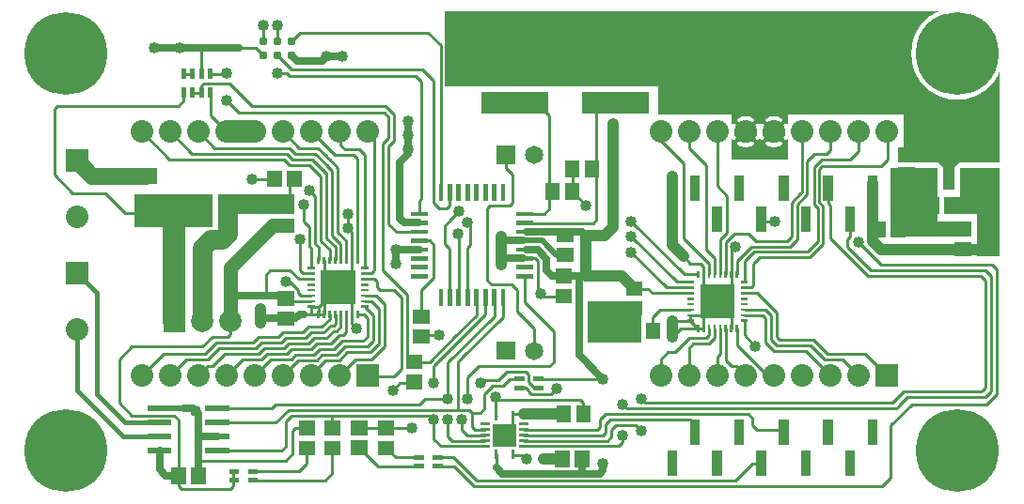
<source format=gtl>
G04 start of page 2 for group 0 idx 0 *
G04 Title: (unknown), component *
G04 Creator: pcb 20140316 *
G04 CreationDate: Tue 08 Nov 2016 05:00:26 PM GMT UTC *
G04 For: ndholmes *
G04 Format: Gerber/RS-274X *
G04 PCB-Dimensions (mil): 3500.00 1750.00 *
G04 PCB-Coordinate-Origin: lower left *
%MOIN*%
%FSLAX25Y25*%
%LNTOP*%
%ADD41C,0.0390*%
%ADD40C,0.0450*%
%ADD39C,0.0430*%
%ADD38C,0.0480*%
%ADD37C,0.1285*%
%ADD36R,0.0110X0.0110*%
%ADD35R,0.0200X0.0200*%
%ADD34R,0.0350X0.0350*%
%ADD33R,0.0157X0.0157*%
%ADD32R,0.0787X0.0787*%
%ADD31R,0.0167X0.0167*%
%ADD30C,0.0310*%
%ADD29R,0.0945X0.0945*%
%ADD28R,0.0378X0.0378*%
%ADD27R,0.0550X0.0550*%
%ADD26R,0.0630X0.0630*%
%ADD25R,0.0091X0.0091*%
%ADD24R,0.0512X0.0512*%
%ADD23C,0.0787*%
%ADD22C,0.0650*%
%ADD21C,0.2937*%
%ADD20C,0.0600*%
%ADD19C,0.0500*%
%ADD18C,0.0700*%
%ADD17C,0.0800*%
%ADD16C,0.0200*%
%ADD15C,0.0150*%
%ADD14C,0.0400*%
%ADD13C,0.0100*%
%ADD12C,0.0250*%
%ADD11C,0.0001*%
G54D11*G36*
X227000Y173000D02*X326661D01*
X325584Y172554D01*
X323399Y171215D01*
X321450Y169550D01*
X319785Y167601D01*
X318446Y165416D01*
X317465Y163048D01*
X316867Y160555D01*
X316666Y158000D01*
X316867Y155445D01*
X317465Y152952D01*
X318446Y150584D01*
X319785Y148399D01*
X321450Y146450D01*
X323399Y144785D01*
X325584Y143446D01*
X327952Y142465D01*
X330445Y141867D01*
X333000Y141666D01*
X335555Y141867D01*
X338048Y142465D01*
X340416Y143446D01*
X342601Y144785D01*
X344550Y146450D01*
X346215Y148399D01*
X347554Y150584D01*
X348000Y151661D01*
Y136500D01*
X227000D01*
Y173000D01*
G37*
G36*
X151500D02*X234000D01*
Y146500D01*
X151500D01*
Y173000D01*
G37*
G36*
X268002Y139500D02*X273000D01*
Y132601D01*
X272998Y132596D01*
X272910Y132792D01*
X272849Y132893D01*
X272772Y132984D01*
X272682Y133061D01*
X272580Y133123D01*
X272471Y133169D01*
X272355Y133197D01*
X272237Y133206D01*
X272119Y133197D01*
X272003Y133170D01*
X271893Y133124D01*
X271792Y133062D01*
X271702Y132986D01*
X271624Y132895D01*
X271562Y132794D01*
X271516Y132685D01*
X271489Y132569D01*
X271479Y132451D01*
X271488Y132332D01*
X271516Y132217D01*
X271563Y132108D01*
X271721Y131768D01*
X271842Y131412D01*
X271930Y131047D01*
X271982Y130675D01*
X272000Y130300D01*
X271982Y129925D01*
X271930Y129553D01*
X271842Y129188D01*
X271721Y128832D01*
X271567Y128490D01*
X271520Y128382D01*
X271493Y128267D01*
X271483Y128149D01*
X271493Y128032D01*
X271521Y127917D01*
X271566Y127808D01*
X271628Y127707D01*
X271705Y127618D01*
X271795Y127541D01*
X271895Y127480D01*
X272004Y127435D01*
X272119Y127407D01*
X272237Y127398D01*
X272355Y127408D01*
X272469Y127435D01*
X272578Y127481D01*
X272679Y127543D01*
X272769Y127619D01*
X272845Y127709D01*
X272905Y127811D01*
X272996Y128008D01*
X273000Y127999D01*
Y120500D01*
X268002D01*
Y124794D01*
X268516Y124818D01*
X269028Y124891D01*
X269531Y125011D01*
X270020Y125178D01*
X270492Y125390D01*
X270593Y125451D01*
X270684Y125528D01*
X270761Y125618D01*
X270823Y125720D01*
X270869Y125829D01*
X270897Y125945D01*
X270906Y126063D01*
X270897Y126181D01*
X270870Y126297D01*
X270824Y126407D01*
X270762Y126508D01*
X270686Y126598D01*
X270595Y126676D01*
X270494Y126738D01*
X270385Y126784D01*
X270269Y126811D01*
X270151Y126821D01*
X270032Y126812D01*
X269917Y126784D01*
X269808Y126737D01*
X269468Y126579D01*
X269112Y126458D01*
X268747Y126370D01*
X268375Y126318D01*
X268002Y126300D01*
Y134300D01*
X268375Y134282D01*
X268747Y134230D01*
X269112Y134142D01*
X269468Y134021D01*
X269810Y133867D01*
X269918Y133820D01*
X270033Y133793D01*
X270151Y133783D01*
X270268Y133793D01*
X270383Y133821D01*
X270492Y133866D01*
X270593Y133928D01*
X270682Y134005D01*
X270759Y134095D01*
X270820Y134195D01*
X270865Y134304D01*
X270893Y134419D01*
X270902Y134537D01*
X270892Y134655D01*
X270865Y134769D01*
X270819Y134878D01*
X270757Y134979D01*
X270681Y135069D01*
X270591Y135145D01*
X270489Y135205D01*
X270020Y135422D01*
X269531Y135589D01*
X269028Y135709D01*
X268516Y135782D01*
X268002Y135806D01*
Y139500D01*
G37*
G36*
X263000D02*X268002D01*
Y135806D01*
X268000Y135806D01*
X267484Y135782D01*
X266972Y135709D01*
X266469Y135589D01*
X265980Y135422D01*
X265508Y135210D01*
X265407Y135149D01*
X265316Y135072D01*
X265239Y134982D01*
X265177Y134880D01*
X265131Y134771D01*
X265103Y134655D01*
X265094Y134537D01*
X265103Y134419D01*
X265130Y134303D01*
X265176Y134193D01*
X265238Y134092D01*
X265314Y134002D01*
X265405Y133924D01*
X265506Y133862D01*
X265615Y133816D01*
X265731Y133789D01*
X265849Y133779D01*
X265968Y133788D01*
X266083Y133816D01*
X266192Y133863D01*
X266532Y134021D01*
X266888Y134142D01*
X267253Y134230D01*
X267625Y134282D01*
X268000Y134300D01*
X268002Y134300D01*
Y126300D01*
X268000Y126300D01*
X267625Y126318D01*
X267253Y126370D01*
X266888Y126458D01*
X266532Y126579D01*
X266190Y126733D01*
X266082Y126780D01*
X265967Y126807D01*
X265849Y126817D01*
X265732Y126807D01*
X265617Y126779D01*
X265508Y126734D01*
X265407Y126672D01*
X265318Y126595D01*
X265241Y126505D01*
X265180Y126405D01*
X265135Y126296D01*
X265107Y126181D01*
X265098Y126063D01*
X265108Y125945D01*
X265135Y125831D01*
X265181Y125722D01*
X265243Y125621D01*
X265319Y125531D01*
X265409Y125455D01*
X265511Y125395D01*
X265980Y125178D01*
X266469Y125011D01*
X266972Y124891D01*
X267484Y124818D01*
X268000Y124794D01*
X268002Y124794D01*
Y120500D01*
X263000D01*
Y128008D01*
X263090Y127808D01*
X263151Y127707D01*
X263228Y127616D01*
X263318Y127539D01*
X263420Y127477D01*
X263529Y127431D01*
X263645Y127403D01*
X263763Y127394D01*
X263881Y127403D01*
X263997Y127430D01*
X264107Y127476D01*
X264208Y127538D01*
X264298Y127614D01*
X264376Y127705D01*
X264438Y127806D01*
X264484Y127915D01*
X264511Y128031D01*
X264521Y128149D01*
X264512Y128268D01*
X264484Y128383D01*
X264437Y128492D01*
X264279Y128832D01*
X264158Y129188D01*
X264070Y129553D01*
X264018Y129925D01*
X264000Y130300D01*
X264018Y130675D01*
X264070Y131047D01*
X264158Y131412D01*
X264279Y131768D01*
X264433Y132110D01*
X264480Y132218D01*
X264507Y132333D01*
X264517Y132451D01*
X264507Y132568D01*
X264479Y132683D01*
X264434Y132792D01*
X264372Y132893D01*
X264295Y132982D01*
X264205Y133059D01*
X264105Y133120D01*
X263996Y133165D01*
X263881Y133193D01*
X263763Y133202D01*
X263645Y133192D01*
X263531Y133165D01*
X263422Y133119D01*
X263321Y133057D01*
X263231Y132981D01*
X263155Y132891D01*
X263095Y132789D01*
X263002Y132587D01*
X263000Y132592D01*
Y139500D01*
G37*
G36*
X258002D02*X263000D01*
Y132592D01*
X262910Y132792D01*
X262849Y132893D01*
X262772Y132984D01*
X262682Y133061D01*
X262580Y133123D01*
X262471Y133169D01*
X262355Y133197D01*
X262237Y133206D01*
X262119Y133197D01*
X262003Y133170D01*
X261893Y133124D01*
X261792Y133062D01*
X261702Y132986D01*
X261624Y132895D01*
X261562Y132794D01*
X261516Y132685D01*
X261489Y132569D01*
X261479Y132451D01*
X261488Y132332D01*
X261516Y132217D01*
X261563Y132108D01*
X261721Y131768D01*
X261842Y131412D01*
X261930Y131047D01*
X261982Y130675D01*
X262000Y130300D01*
X261982Y129925D01*
X261930Y129553D01*
X261842Y129188D01*
X261721Y128832D01*
X261567Y128490D01*
X261520Y128382D01*
X261493Y128267D01*
X261483Y128149D01*
X261493Y128032D01*
X261521Y127917D01*
X261566Y127808D01*
X261628Y127707D01*
X261705Y127618D01*
X261795Y127541D01*
X261895Y127480D01*
X262004Y127435D01*
X262119Y127407D01*
X262237Y127398D01*
X262355Y127408D01*
X262469Y127435D01*
X262578Y127481D01*
X262679Y127543D01*
X262769Y127619D01*
X262845Y127709D01*
X262905Y127811D01*
X262998Y128013D01*
X263000Y128008D01*
Y120500D01*
X258002D01*
Y124794D01*
X258516Y124818D01*
X259028Y124891D01*
X259531Y125011D01*
X260020Y125178D01*
X260492Y125390D01*
X260593Y125451D01*
X260684Y125528D01*
X260761Y125618D01*
X260823Y125720D01*
X260869Y125829D01*
X260897Y125945D01*
X260906Y126063D01*
X260897Y126181D01*
X260870Y126297D01*
X260824Y126407D01*
X260762Y126508D01*
X260686Y126598D01*
X260595Y126676D01*
X260494Y126738D01*
X260385Y126784D01*
X260269Y126811D01*
X260151Y126821D01*
X260032Y126812D01*
X259917Y126784D01*
X259808Y126737D01*
X259468Y126579D01*
X259112Y126458D01*
X258747Y126370D01*
X258375Y126318D01*
X258002Y126300D01*
Y134300D01*
X258375Y134282D01*
X258747Y134230D01*
X259112Y134142D01*
X259468Y134021D01*
X259810Y133867D01*
X259918Y133820D01*
X260033Y133793D01*
X260151Y133783D01*
X260268Y133793D01*
X260383Y133821D01*
X260492Y133866D01*
X260593Y133928D01*
X260682Y134005D01*
X260759Y134095D01*
X260820Y134195D01*
X260865Y134304D01*
X260893Y134419D01*
X260902Y134537D01*
X260892Y134655D01*
X260865Y134769D01*
X260819Y134878D01*
X260757Y134979D01*
X260681Y135069D01*
X260591Y135145D01*
X260489Y135205D01*
X260020Y135422D01*
X259531Y135589D01*
X259028Y135709D01*
X258516Y135782D01*
X258002Y135806D01*
Y139500D01*
G37*
G36*
X253000D02*X258002D01*
Y135806D01*
X258000Y135806D01*
X257484Y135782D01*
X256972Y135709D01*
X256469Y135589D01*
X255980Y135422D01*
X255508Y135210D01*
X255407Y135149D01*
X255316Y135072D01*
X255239Y134982D01*
X255177Y134880D01*
X255131Y134771D01*
X255103Y134655D01*
X255094Y134537D01*
X255103Y134419D01*
X255130Y134303D01*
X255176Y134193D01*
X255238Y134092D01*
X255314Y134002D01*
X255405Y133924D01*
X255506Y133862D01*
X255615Y133816D01*
X255731Y133789D01*
X255849Y133779D01*
X255968Y133788D01*
X256083Y133816D01*
X256192Y133863D01*
X256532Y134021D01*
X256888Y134142D01*
X257253Y134230D01*
X257625Y134282D01*
X258000Y134300D01*
X258002Y134300D01*
Y126300D01*
X258000Y126300D01*
X257625Y126318D01*
X257253Y126370D01*
X256888Y126458D01*
X256532Y126579D01*
X256190Y126733D01*
X256082Y126780D01*
X255967Y126807D01*
X255849Y126817D01*
X255732Y126807D01*
X255617Y126779D01*
X255508Y126734D01*
X255407Y126672D01*
X255318Y126595D01*
X255241Y126505D01*
X255180Y126405D01*
X255135Y126296D01*
X255107Y126181D01*
X255098Y126063D01*
X255108Y125945D01*
X255135Y125831D01*
X255181Y125722D01*
X255243Y125621D01*
X255319Y125531D01*
X255409Y125455D01*
X255511Y125395D01*
X255980Y125178D01*
X256469Y125011D01*
X256972Y124891D01*
X257484Y124818D01*
X258000Y124794D01*
X258002Y124794D01*
Y120500D01*
X253000D01*
Y127999D01*
X253002Y128004D01*
X253090Y127808D01*
X253151Y127707D01*
X253228Y127616D01*
X253318Y127539D01*
X253420Y127477D01*
X253529Y127431D01*
X253645Y127403D01*
X253763Y127394D01*
X253881Y127403D01*
X253997Y127430D01*
X254107Y127476D01*
X254208Y127538D01*
X254298Y127614D01*
X254376Y127705D01*
X254438Y127806D01*
X254484Y127915D01*
X254511Y128031D01*
X254521Y128149D01*
X254512Y128268D01*
X254484Y128383D01*
X254437Y128492D01*
X254279Y128832D01*
X254158Y129188D01*
X254070Y129553D01*
X254018Y129925D01*
X254000Y130300D01*
X254018Y130675D01*
X254070Y131047D01*
X254158Y131412D01*
X254279Y131768D01*
X254433Y132110D01*
X254480Y132218D01*
X254507Y132333D01*
X254517Y132451D01*
X254507Y132568D01*
X254479Y132683D01*
X254434Y132792D01*
X254372Y132893D01*
X254295Y132982D01*
X254205Y133059D01*
X254105Y133120D01*
X253996Y133165D01*
X253881Y133193D01*
X253763Y133202D01*
X253645Y133192D01*
X253531Y133165D01*
X253422Y133119D01*
X253321Y133057D01*
X253231Y132981D01*
X253155Y132891D01*
X253095Y132789D01*
X253004Y132592D01*
X253000Y132601D01*
Y139500D01*
G37*
G36*
X41500Y108000D02*X69000D01*
Y96500D01*
X68676D01*
X68500Y96514D01*
X68324Y96500D01*
X41500D01*
Y108000D01*
G37*
G36*
X71000D02*X98000D01*
Y101000D01*
X71000D01*
Y108000D01*
G37*
G36*
X314000Y140500D02*X348000D01*
Y119500D01*
X314000D01*
Y140500D01*
G37*
G36*
X309500Y117500D02*X326000D01*
Y93000D01*
X309500D01*
Y117500D01*
G37*
G36*
X334000D02*X348000D01*
Y101000D01*
X334000D01*
Y117500D01*
G37*
G36*
X328500Y107000D02*X339000D01*
Y101000D01*
X328500D01*
Y107000D01*
G37*
G36*
X323000Y98500D02*X338000D01*
Y93000D01*
X323000D01*
Y98500D01*
G37*
G36*
X348000Y113500D02*Y86000D01*
X340000D01*
Y113500D01*
X348000D01*
G37*
G36*
X202000Y70000D02*X221000D01*
Y55500D01*
X202000D01*
Y70000D01*
G37*
G54D12*X50250Y17000D02*Y10250D01*
X52500Y8000D01*
X56957D01*
G54D13*Y4543D01*
X58000Y3500D01*
G54D12*X64043Y8000D02*Y12957D01*
G54D13*X58000Y3500D02*X75500D01*
X76500Y4500D01*
Y9423D01*
X76652Y9575D01*
X99575D02*X102500Y12500D01*
Y17957D01*
X83348Y6425D02*X108925D01*
X111500Y9000D01*
Y17914D01*
X127575Y11425D02*X121000Y18000D01*
X97500Y16000D02*Y24000D01*
X95000Y18500D02*Y27500D01*
X97000Y29500D01*
X91500Y27000D02*X96000Y31500D01*
X98500Y25000D02*X102457D01*
X97000Y29500D02*X119000D01*
X111500D02*Y25000D01*
X96000Y31500D02*X116000D01*
X102457Y25000D02*X102500Y25043D01*
X70750Y27000D02*X91500D01*
X95000Y13500D02*X97500Y16000D01*
X93500Y17000D02*X95000Y18500D01*
G54D12*X64043Y12457D02*Y29957D01*
X70750Y22000D02*X64043D01*
G54D13*X57000Y8000D02*Y28000D01*
X83348Y9575D02*X99575D01*
X64043Y13500D02*X95000D01*
X70750Y17000D02*X93500D01*
X97500Y24000D02*X98500Y25000D01*
X95500Y51500D02*X88500D01*
X89800Y49500D02*X97000D01*
X94000Y43700D02*X99400Y49100D01*
X88500Y51500D02*X86500Y49500D01*
X84000Y43700D02*X89800Y49500D01*
X94500Y53500D02*X87500D01*
X97000Y49500D02*X97750Y50250D01*
X99000Y51000D02*X98500D01*
X97300Y49800D01*
X117000Y52000D02*X125000D01*
X125500Y49500D02*X119800D01*
X114000Y43700D01*
X99400Y49100D02*X105900D01*
X107800Y51000D01*
X108600D01*
X108900Y48900D02*X109150Y49150D01*
X113850D01*
X116700Y52000D01*
X119600D01*
X118421Y65453D02*Y70079D01*
Y84547D02*Y79921D01*
X108579Y70079D02*X118421Y79921D01*
X108579Y84547D02*Y79921D01*
X118421Y70079D02*X108579Y79921D01*
X123094Y78000D02*X123047Y77953D01*
X108453Y69953D02*X110000Y71500D01*
X106547Y68047D02*X109000Y70500D01*
X108547Y65453D02*Y70047D01*
X106610Y65453D02*Y67984D01*
X106547Y68047D01*
X103953Y68110D02*Y65453D01*
X108579D01*
X108579D01*
X103953Y68047D02*X106547D01*
X108547Y70047D02*X113500Y75000D01*
X119000Y56000D02*X115000D01*
X112000Y53000D01*
X114000Y58000D02*X111000Y55000D01*
X113000Y59500D02*X112000D01*
X109500Y57000D01*
X111000Y61500D02*X108500Y59000D01*
X116453Y65453D02*Y59453D01*
Y59547D02*Y58953D01*
X115500Y58000D01*
X114000D01*
X114484Y61016D02*Y60984D01*
X124000Y64000D02*Y57500D01*
X122500Y56000D01*
X118500D01*
X118421Y65421D02*Y62079D01*
X120000Y60500D01*
X116000Y54000D02*X124000D01*
X114484Y60984D02*X113000Y59500D01*
X114484Y65453D02*Y60984D01*
X112516Y65453D02*Y62016D01*
X112000Y61500D01*
X111000D01*
X110547Y65453D02*Y63647D01*
X107800Y60900D01*
X103953Y65453D03*
X106610Y84547D02*Y89390D01*
X105500Y90500D01*
X103953Y81890D02*Y89047D01*
X103500Y89500D01*
X100000Y81000D02*Y92000D01*
X120390Y65453D02*X122547D01*
X124000Y64000D01*
X126000Y65157D02*X123047Y68110D01*
X124000Y54000D02*X126000Y56000D01*
X125000Y52000D02*X128000Y55000D01*
X130000Y54000D02*X125500Y49500D01*
X126000Y56000D02*Y65157D01*
X128000Y55000D02*Y64000D01*
Y67500D02*Y62000D01*
X130000Y54000D02*Y65000D01*
Y69000D02*Y62500D01*
X123047Y70079D02*X125421D01*
X123047Y72047D02*X126953D01*
X130000Y69000D01*
X125421Y70079D02*X128000Y67500D01*
X115000Y31500D02*X151500D01*
X152500Y35500D02*X144500D01*
X142500Y33500D01*
X117000Y29500D02*X137500D01*
X136500D02*X146000D01*
X147500Y28000D01*
X160000Y31500D02*X150500D01*
X142500Y33500D02*X91500D01*
X121000Y25086D02*X139686D01*
X139700Y25100D01*
X133882Y14575D02*X130500Y17957D01*
X142152Y14575D02*X133882D01*
X142152Y11425D02*X127575D01*
X148848D02*X154575D01*
X148848Y14575D02*X154425D01*
X156000Y31500D02*Y48500D01*
X158500Y51000D01*
X159500Y43000D02*Y35500D01*
X104000Y43700D02*X104700D01*
X104000D02*Y44000D01*
X109000Y49000D01*
X116000Y54000D02*X113000Y51000D01*
X108000D01*
X112000Y53000D02*X107000D01*
X105000Y51000D01*
X111000Y55000D02*X106000D01*
X104000Y53000D01*
Y65453D02*X103953Y65500D01*
X101500D01*
G54D12*X100000D01*
X98500Y64000D01*
G54D13*X103953Y72047D02*X100453D01*
X99500Y73000D01*
X103953Y70079D02*X95964D01*
X95000Y77000D02*X96500D01*
X99500Y74000D01*
Y73000D02*Y74000D01*
X99000Y74500D01*
X103953Y77953D02*X99547D01*
X103953Y79921D02*X101079D01*
X100000Y81000D01*
G54D12*X95000Y63957D02*X86043D01*
X98500Y64000D02*X95543D01*
X95500Y63957D01*
G54D14*X86000Y67500D02*Y62500D01*
G54D13*X99547Y77953D02*X96500Y81000D01*
X89500D01*
X88000Y79500D01*
Y72000D01*
G54D12*X75500D02*X94043D01*
X95000Y71043D01*
G54D13*X95964Y70079D02*X95000Y71043D01*
G54D15*X50250Y27000D02*X38000D01*
X28000Y37000D01*
X50250Y22000D02*X37500D01*
X21000Y38500D01*
G54D13*X36000Y34000D02*X40500Y29500D01*
X47500D01*
G54D15*X21000Y60000D02*Y38500D01*
Y80000D02*X28000Y73000D01*
Y37000D01*
G54D13*X51800Y51500D02*X44000Y43700D01*
X65500Y54000D02*X40500D01*
X36000Y49500D01*
Y34000D01*
G54D12*X64043Y29957D02*X62000Y32000D01*
X59000D01*
G54D13*X57000Y28000D02*X55500Y29500D01*
G54D16*X50250Y32000D02*X60000D01*
G54D13*X55500Y29500D02*X43500D01*
G54D17*X55500Y63000D02*Y100000D01*
G54D18*X65500Y63000D02*Y89000D01*
G54D19*X75500Y63000D02*Y82000D01*
G54D14*X75547Y77953D02*X75500Y78000D01*
G54D18*X65500Y89000D02*X68500Y92000D01*
X72500D01*
X74500Y94000D01*
Y104500D02*Y94000D01*
G54D19*X75500Y82000D02*X90500Y97000D01*
X94957D01*
G54D14*X95000Y96957D01*
G54D13*X75500Y62500D02*Y58500D01*
X91500Y33500D02*X90000Y32000D01*
X70750D01*
X75500Y58500D02*X74500Y57500D01*
X69000D01*
X65500Y54000D01*
X123047Y81890D02*Y121953D01*
Y79921D02*X125421D01*
X126500Y81000D01*
Y127800D01*
X124000Y130300D01*
X120390Y84547D02*Y120610D01*
X117000Y96000D02*Y101000D01*
X134276Y94724D02*X131500Y97500D01*
X126500Y78000D02*X123094D01*
X129500Y81000D02*Y126000D01*
X131500Y97500D02*Y111000D01*
X133500Y127000D02*X131500Y125000D01*
Y103500D01*
G54D12*X134000Y88500D02*Y83500D01*
X135500Y99500D02*Y119500D01*
X138500Y122500D01*
Y134000D01*
G54D13*X118421Y84500D02*Y94579D01*
X117000Y96000D01*
X116453Y84547D02*Y91547D01*
X114484Y84547D02*Y90516D01*
X112516Y84547D02*Y89484D01*
X114484Y90516D02*X111500Y93500D01*
X112516Y89484D02*X109500Y92500D01*
X110547Y84547D02*Y88453D01*
X107500Y91500D01*
G54D12*X142221Y88425D02*X134075D01*
X142000Y98000D02*X137000D01*
X135500Y99500D01*
X134075Y88425D02*X134000Y88500D01*
G54D13*X147500Y148500D02*Y105000D01*
X149976Y108779D02*Y161024D01*
X143000Y106500D02*Y117000D01*
X141000Y150000D02*X143000Y148000D01*
Y115500D01*
X116453Y91547D02*X113500Y94500D01*
Y117500D01*
X111500Y93500D02*Y116500D01*
X109500Y92500D02*Y115500D01*
X107500Y91500D02*Y114500D01*
X105500Y101000D02*Y107500D01*
Y90500D02*Y104000D01*
X101500Y102000D02*Y98500D01*
X103500Y96500D01*
Y89500D02*Y96500D01*
X102500Y97500D01*
X105500Y107500D02*X103500Y109500D01*
X101500Y101000D02*Y104500D01*
X147500Y105000D02*X149500Y103000D01*
X151500D01*
X153126Y108779D02*Y104126D01*
X152000Y103000D01*
X150500D01*
X142221Y101023D02*Y105721D01*
X143000Y106500D01*
X142221Y91575D02*X145925D01*
X147500Y90000D01*
Y78500D01*
X153126Y98626D02*X156500Y102000D01*
X151500Y90500D02*Y97000D01*
X154000Y99500D01*
X105000Y51000D02*X98500D01*
X104000Y53000D02*X97000D01*
X103000Y55000D02*X96000D01*
X109500Y57000D02*X105000D01*
X108500Y59000D02*X104000D01*
X102000Y57000D01*
X105000D02*X103000Y55000D01*
X97000Y53000D02*X95500Y51500D01*
X96000Y55000D02*X94500Y53500D01*
X102000Y57000D02*X95000D01*
X93500Y55500D01*
X101000Y59000D02*X94000D01*
X92500Y57500D01*
X107800Y60900D02*X103700D01*
X104400D02*X102900D01*
X101000Y59000D01*
X93500Y55500D02*X86500D01*
X92500Y57500D02*X85500D01*
Y51500D02*X73500D01*
X84500Y53500D02*X71500D01*
X67500Y49500D01*
X70500Y55500D02*X66500Y51500D01*
X79800Y49500D02*X74000Y43700D01*
X73500Y51500D02*X69000Y47000D01*
X86500Y49500D02*X79800D01*
X87500Y53500D02*X85500Y51500D01*
X86500Y55500D02*X84500Y53500D01*
X85500Y57500D02*X83500Y55500D01*
X70500D01*
X69000Y47000D02*X67300D01*
X64000Y43700D01*
X67500Y49500D02*X59800D01*
X54000Y43700D01*
X66500Y51500D02*X51800D01*
X123047Y121953D02*X121000Y124000D01*
X120390Y120610D02*X119000Y122000D01*
X121000Y124000D02*X116000D01*
X119000Y122000D02*X112300D01*
X116000Y124000D02*X114500Y125500D01*
Y129800D01*
X114000Y130300D01*
X129500Y126000D02*X131500Y128000D01*
X129500Y126000D02*X130500Y127000D01*
X112300Y122000D02*X104000Y130300D01*
X111000Y120000D02*X106500Y124500D01*
X110000Y118000D02*X105500Y122500D01*
X109500Y115500D02*X104500Y120500D01*
X111500Y116500D02*X109500Y118500D01*
Y115500D02*X108250Y116750D01*
X99800Y124500D02*X94000Y130300D01*
X98500Y122500D02*X96500Y124500D01*
X106500D02*X99800D01*
X105500Y122500D02*X98500D01*
X104500Y120500D02*X97500D01*
X95500Y122500D01*
X103500Y118500D02*X96500D01*
X103500D02*X102000D01*
X113500Y117500D02*X109000Y122000D01*
X107500Y114500D02*X103500Y118500D01*
G54D12*X99000Y155500D02*X108000D01*
X109500Y157000D01*
X115000D01*
G54D13*X131500Y128000D02*Y135500D01*
X130000Y137000D01*
X130500Y139500D02*X133500Y136500D01*
Y127000D01*
X130000Y137000D02*X78500D01*
X83000Y139500D02*X130500D01*
X97000Y152500D02*X143500D01*
X96500Y150000D02*X141000D01*
X143500Y152500D02*X147500Y148500D01*
X100000Y165500D02*X145452D01*
X149976Y160976D01*
Y158976D01*
X32000Y139500D02*X47500D01*
X14000D02*X36500D01*
G54D14*X21000Y120000D02*Y119500D01*
G54D20*X45500Y114500D02*X26500D01*
X21000Y120000D01*
G54D13*X19500Y108500D02*X31000D01*
X38000Y101500D01*
X45500D01*
X19500Y108500D02*X13000Y115000D01*
Y138500D01*
X14000Y139500D01*
G54D17*X74000Y130300D02*X84000D01*
G54D13*X96500Y124500D02*X69800D01*
X95500Y122500D02*X61800D01*
X96500Y118500D02*X94500Y120500D01*
X68224Y136076D02*X74000Y130300D01*
X69800Y124500D02*X64000Y130300D01*
X61800Y122500D02*X54000Y130300D01*
X94500Y120500D02*X53800D01*
X83000Y113500D02*X90914D01*
X90957Y113543D01*
X96500Y105000D02*Y112000D01*
X98043Y113543D01*
X53800Y120500D02*X44000Y130300D01*
X58776Y144152D02*Y141276D01*
X57000Y139500D01*
X45000D01*
X65075Y150848D02*Y156425D01*
G54D12*X78500Y160000D02*X48500D01*
G54D13*X65075Y155425D02*Y159925D01*
X65000Y160000D01*
X73848Y150848D02*X74000Y151000D01*
X58776Y150848D02*X61925D01*
Y144152D02*X65075D01*
X68224D02*Y136076D01*
X65075Y144152D02*Y146575D01*
X66000Y147500D01*
X74500D02*X72000D01*
X66000D02*X75000D01*
X87000Y157500D02*X84500Y160000D01*
X77000D01*
X68224Y150848D02*X73848D01*
X78500Y137000D02*X74000Y141500D01*
X75000Y147500D02*X83000Y139500D01*
G54D12*X97000Y157500D02*X99000Y155500D01*
G54D13*X92000Y157500D02*X97000Y152500D01*
X92000Y151000D02*X95500D01*
X96500Y150000D01*
X87000Y168000D02*Y162500D01*
X97000D02*X100000Y165500D01*
X92000Y168000D02*Y162500D01*
X157500Y50000D02*X172000Y64500D01*
Y71197D01*
X162575Y71221D02*Y65118D01*
Y66575D01*
X168874Y71221D02*Y64874D01*
X152500Y48500D01*
X165725Y65225D02*X147500Y47000D01*
X154500Y57043D02*X162575Y65118D01*
X155457Y58000D02*Y57957D01*
X146000Y48500D01*
X152500D02*Y35500D01*
X147500Y41000D02*Y47000D01*
X165500Y32000D02*Y37000D01*
X168500Y40000D01*
X170600Y35000D02*X169500Y36100D01*
X168500Y40000D02*X172000D01*
X170500Y42000D02*X165000D01*
X164000Y41000D01*
X163500Y47000D02*X159500Y43000D01*
X147500Y47000D02*X149500Y49000D01*
X138000Y51000D02*X140500Y48500D01*
X146000D02*X140500D01*
X136000Y46000D02*Y71500D01*
X138000Y62500D02*Y51000D01*
X149500Y58000D02*X143543D01*
X143000Y57457D01*
X138000Y70500D02*Y62043D01*
Y68000D02*Y72500D01*
X143000Y74000D02*Y64543D01*
X136000Y71500D02*X133500Y74000D01*
X128500D01*
X127500Y75000D01*
Y77000D01*
X126500Y78000D01*
X138000Y72500D02*X134000Y76500D01*
X147500Y78500D02*X143000Y74000D01*
X134500Y76000D02*X129500Y81000D01*
X142221Y94724D02*X134276D01*
X153126Y71221D02*Y88874D01*
X151500Y90500D01*
X156276Y71221D02*Y93724D01*
G54D14*X344000Y100500D02*Y105500D01*
X306000Y88500D02*X341000D01*
G54D13*X343000Y39500D02*X341500Y38000D01*
X345000D02*X344000Y37000D01*
X343000Y39500D02*X342000Y38500D01*
X347000Y37000D02*Y81500D01*
X345000Y79000D02*Y38000D01*
X343000Y77500D02*Y39500D01*
X347000Y81500D02*X345500Y83000D01*
X343000Y81000D02*X345000Y79000D01*
X341500D02*X343000Y77500D01*
X345500Y83000D02*X306000D01*
X302500Y81000D02*X343000D01*
X301500Y79000D02*X341500D01*
X301500D02*X302900D01*
X345000Y38000D02*X343000Y36000D01*
X315500D01*
X312500Y33000D01*
X311500Y32000D02*X314000Y34500D01*
X341500Y38000D02*X314500D01*
X315000D02*X314000D01*
X310000Y34000D01*
X317000Y33500D02*X343500D01*
X347000Y37000D01*
X300200Y51500D02*X308000Y43700D01*
X236000Y32000D02*X311500D01*
X236500D02*X216000D01*
X214500Y33500D01*
X310000Y34000D02*X222500D01*
X221000Y35500D01*
X252921Y60453D02*Y65079D01*
X248000Y70000D01*
X250953Y60453D02*Y56547D01*
X254890Y60453D02*Y56810D01*
X243079Y60453D02*Y65079D01*
X245047Y60453D02*Y58047D01*
X244000Y57000D01*
X245000Y55000D02*X239500D01*
X238000Y53500D01*
X247016Y60453D02*Y57016D01*
X245000Y55000D01*
X248984Y60453D02*Y51484D01*
X248000Y50500D01*
Y43700D01*
X238000Y53500D02*Y43700D01*
X257547Y76890D02*Y84247D01*
X261000Y87700D01*
X263100Y85800D02*X280800D01*
X251000Y83000D02*X250953Y82953D01*
X249000Y84000D02*Y87000D01*
X250953Y81953D02*Y87547D01*
X252921Y79079D02*Y87921D01*
X257547Y72953D02*X262047D01*
X269000Y66000D01*
Y57500D01*
X257547Y63110D02*Y57953D01*
X288000Y92500D02*X301500Y79000D01*
X257547Y65079D02*X263921D01*
X265000Y64000D01*
Y55500D01*
X267000Y65000D02*Y56500D01*
X265000Y55500D02*X268000Y52500D01*
X267000Y56500D02*X269000Y54500D01*
Y57500D02*X270000Y56500D01*
X268000Y52500D02*X279200D01*
X269000Y54500D02*X281000D01*
X270000Y56500D02*X282000D01*
X279200Y52500D02*X288000Y43700D01*
X281000Y54500D02*X286000Y49500D01*
X292200D01*
X298000Y43700D01*
X282000Y56500D02*X287000Y51500D01*
X300200D01*
X257547Y67047D02*X264953D01*
X267000Y65000D01*
X268000Y43700D02*X265800D01*
X255000Y54500D01*
Y57280D01*
X254890Y57390D01*
X257547Y57953D02*X261500Y54000D01*
X285500Y118000D02*X306000D01*
X295000Y120500D02*X298000Y123500D01*
X306000Y118000D02*X308500Y120500D01*
Y129800D01*
X308000Y130300D01*
X298000Y123500D02*Y130300D01*
X286700Y122300D02*X288000Y123600D01*
Y126800D01*
G54D14*X303000Y101500D02*Y91500D01*
X306000Y88500D01*
X303000Y97500D02*Y112000D01*
G54D13*X295059Y99315D02*Y93059D01*
X294000Y92000D01*
X285000Y120500D02*X295000D01*
X288000Y130300D02*Y126200D01*
X278000Y130300D02*Y108800D01*
X279800Y108000D02*Y119700D01*
X286000Y118000D02*X285500D01*
X286000D02*X285000D01*
X284000Y117000D01*
X285200Y120500D02*X284900D01*
X282200Y117800D01*
X279800Y119700D02*X282400Y122300D01*
X286700D01*
X248000Y130300D02*Y111000D01*
X251500Y107500D01*
X238000Y130300D02*Y124500D01*
X244000Y118500D01*
X285500Y103500D02*Y92000D01*
X284000Y105300D02*X285500Y103800D01*
Y103300D01*
X282200Y104500D02*X283700Y103000D01*
Y93300D01*
X288000Y103900D02*Y92500D01*
X284000Y117000D02*Y105300D01*
X282200Y117800D02*Y104500D01*
X279500Y107700D02*X276200Y104400D01*
X279400Y107600D02*X279800Y108000D01*
X277500Y108300D02*X274300Y105100D01*
X278000Y108800D02*X277150Y107950D01*
X274300Y93000D02*Y101800D01*
X287185Y110299D02*Y104715D01*
X288000Y103900D01*
X276200Y104400D02*Y94100D01*
X274300Y105100D02*Y99700D01*
X280000Y87700D02*X283700Y91400D01*
Y95400D01*
X280800Y85800D02*X285500Y90500D01*
Y92800D01*
X261000Y87700D02*X280000D01*
X260100Y89500D02*X273800D01*
X276200Y91900D01*
Y94700D01*
X272600Y91300D02*X274300Y93000D01*
X272650Y91350D02*X261650D01*
X268500Y98500D02*X264378D01*
X263563Y99315D01*
X251500Y107500D02*Y94500D01*
X244000Y118500D02*Y88500D01*
X236000Y92500D02*X241500Y87000D01*
X250500Y93500D02*X251500Y94500D01*
X249000Y86000D02*Y92000D01*
X251500Y94500D01*
Y91500D02*X254000Y94000D01*
X250953Y90953D02*X252500Y92500D01*
X252921Y87921D02*X254500Y89500D01*
X254000Y94000D02*X257000D01*
X261650Y91350D02*X259000Y94000D01*
X256000D01*
X250953Y86453D02*Y90953D01*
X165725Y71221D02*Y65225D01*
X179779Y78977D02*Y69721D01*
X190000Y59500D01*
X177000Y74000D02*Y66500D01*
Y72500D02*Y74000D01*
X175000Y76000D01*
X168000D01*
X166500Y77500D01*
X188500Y103000D02*Y110457D01*
X188543Y110500D01*
X188500Y110000D02*Y126197D01*
Y124000D02*Y136000D01*
X173000Y122000D02*Y117500D01*
X175500Y115000D01*
Y105000D01*
Y106500D01*
X188500Y136000D02*X184500Y140000D01*
X192000Y97874D02*X203874D01*
X205000Y99000D01*
X201500Y104000D02*Y104043D01*
X196543Y109000D01*
X205000Y99000D02*Y139500D01*
X196543Y109000D02*Y116914D01*
X196457Y117000D01*
X174500Y104000D02*X175500Y105000D01*
G54D14*X211000Y133000D02*Y96500D01*
G54D13*X228000Y130300D02*Y127000D01*
X236000Y119000D01*
G54D14*X232000Y114500D02*Y97000D01*
G54D13*X236000Y119000D02*Y92500D01*
X236453Y79547D02*X217500Y98500D01*
X233610Y76890D02*X217500Y93000D01*
G54D14*X232000Y101000D02*Y90000D01*
X211000Y96500D02*X208000Y93500D01*
G54D13*X179779Y101024D02*X186524D01*
X188500Y103000D01*
X179779Y97874D02*X193374D01*
X166500Y93000D02*Y103000D01*
X167500Y104000D01*
X174500D01*
G54D14*X201500Y93500D02*Y79000D01*
G54D13*X159425Y71221D02*Y88925D01*
X160500Y90000D01*
Y97000D01*
X159500Y98000D01*
X166500Y84500D02*Y96000D01*
Y77500D02*Y91000D01*
G54D16*X194000Y86500D02*X191000D01*
X187500Y90000D01*
X185925Y91575D02*X187750Y89750D01*
G54D12*X180500Y94800D02*X199900D01*
X201700Y93000D01*
G54D14*X208000Y93500D02*X201500D01*
G54D12*X188400Y80100D02*X189400Y79100D01*
X203100D01*
G54D13*X194000Y71600D02*X186700D01*
X156276Y93724D02*X156000Y94000D01*
G54D14*X171500Y93000D02*Y83000D01*
G54D12*X171724Y85276D02*X171500Y85500D01*
X171925Y91575D02*X171500Y92000D01*
X179000Y91600D02*X171500D01*
X179000Y85300D02*X171600D01*
G54D13*X180100D02*X183500D01*
X184500Y84300D01*
X183800Y85000D01*
G54D16*X179600Y91600D02*X185900D01*
G54D13*X187000Y90500D01*
G54D12*X180400Y88400D02*X184300D01*
X187500Y85200D01*
G54D13*X186700Y71600D02*X184500Y73800D01*
Y84300D01*
G54D12*X187500Y85200D02*Y81000D01*
X188700Y79800D01*
G54D13*X172000Y71197D02*X172024Y71221D01*
X177000Y66500D02*X183000Y60500D01*
X190000Y59500D02*Y48500D01*
X183000Y60500D02*Y52500D01*
X190000Y48500D02*X188500Y47000D01*
G54D12*X199000Y51500D02*Y79100D01*
Y52000D02*Y51000D01*
G54D13*X178000Y39500D02*X180000D01*
X183000D02*X181000Y41500D01*
Y44000D01*
X180000Y45000D01*
X173500D01*
X188500Y47000D02*X163500D01*
X172000Y40000D02*X174500Y42500D01*
X178000D01*
X173500Y45000D02*X170500Y42000D01*
X180000Y39500D02*X181000Y38500D01*
X184500Y39500D02*X183000D01*
X181000Y38500D02*Y38000D01*
X182000Y37000D01*
X189000D01*
X180000Y35000D02*X199500D01*
X200500Y34000D01*
X180200Y35000D02*X170600D01*
X189000Y37000D02*X191000Y39000D01*
X198500Y42500D02*X207500D01*
G54D12*X199000Y51000D02*X207500Y42500D01*
G54D13*X270622Y24500D02*X271437Y23685D01*
X254750Y6750D02*X260500Y12500D01*
X263362D01*
X263563Y12701D02*X263362Y12500D01*
X254250Y6250D02*X256500Y8500D01*
X306500Y4500D02*X309500Y7500D01*
Y26000D01*
X317000Y33500D01*
X306250Y4250D02*X308750Y6750D01*
X161750Y4250D02*X306250D01*
X237000Y30000D02*X259000D01*
X260500Y28500D01*
Y26000D01*
X238500Y28000D02*X240000Y26500D01*
X219000Y26000D02*X221000Y24000D01*
X219000Y26000D02*X219500Y25500D01*
X208500Y30000D02*X238000D01*
X169547Y14153D02*Y10953D01*
X170250Y10250D01*
X206500Y25500D02*Y28000D01*
G54D12*X207500Y12500D02*Y10000D01*
X206350Y8850D01*
G54D13*X206500Y28000D02*X208500Y30000D01*
X179500D02*X175500D01*
G54D14*X193500D02*X184000D01*
G54D12*X171650Y8850D02*X169600Y10900D01*
G54D14*X193000Y14000D02*X186500D01*
G54D12*X206350Y8850D02*X171650D01*
X200000D02*Y13957D01*
X200043Y14000D01*
G54D13*X260500Y26000D02*X262000Y24500D01*
X270622D01*
X306000Y83000D02*X298000Y91000D01*
X294000Y92000D02*Y89500D01*
X302500Y81000D01*
X257547Y74921D02*X259921D01*
X260700Y75700D01*
Y83400D01*
X263100Y85800D01*
X254890Y79547D02*Y84290D01*
X260100Y89500D01*
X252921Y79547D02*Y74921D01*
X250953Y79547D02*Y83053D01*
X249000Y85000D02*Y79563D01*
X248984Y79547D01*
X247000Y85500D02*Y79563D01*
X247016Y79547D01*
X244000Y88500D02*X247000Y85500D01*
X245047Y83453D02*X241000Y87500D01*
X238453Y76890D02*X233610D01*
X238453Y74921D02*X230079D01*
G54D14*X232000Y90000D02*X236000Y86000D01*
G54D13*X245047Y79547D02*Y83453D01*
X243079Y78921D02*Y81421D01*
Y81000D02*Y82421D01*
X242000Y83500D01*
X238500D01*
X236000Y86000D01*
X241110Y79547D02*X236453D01*
G54D14*X201500Y79000D02*X214043D01*
G54D13*X238453Y72953D02*X225047D01*
X223500Y74500D01*
X230079Y74921D02*X217500Y87500D01*
X223500Y74500D02*X218543D01*
X218500Y74543D01*
G54D14*X214043Y79000D02*X218543Y74500D01*
G54D13*X243079Y65079D02*X252921Y74921D01*
X243079D02*X247950Y70050D01*
X243079Y65079D02*X248000Y70000D01*
X243079Y79547D02*Y74921D01*
X238453Y65079D02*Y63110D01*
Y67047D02*X227547D01*
X225000Y64500D01*
X238453Y63000D02*X232000D01*
X238453Y65079D02*X243079D01*
X242953Y60453D02*X243079Y60579D01*
X242547Y60453D02*X241047D01*
X238453Y63047D01*
X244000Y57000D02*X238000D01*
X242953Y60453D02*X234953D01*
X238000Y57000D02*X233000Y52000D01*
X230500D01*
X228000Y49500D01*
Y43700D01*
G54D14*X232000Y63000D02*Y57500D01*
G54D13*X234953Y60453D02*X232000Y57500D01*
X225000Y64500D02*Y59586D01*
X225086Y59500D01*
X250953Y57500D02*Y49047D01*
X253000Y47000D01*
X254700D01*
X258000Y43700D01*
X165709Y24469D02*X162031D01*
X165709Y22500D02*X159500D01*
X162031Y24469D02*X161000Y25500D01*
Y30500D01*
X157500Y24500D02*Y28000D01*
X159500Y22500D02*X157500Y24500D01*
X165709Y20531D02*X153969D01*
X152500Y22000D01*
Y28000D01*
X165709Y18563D02*X149937D01*
X147500Y21000D01*
Y28000D01*
X161000Y30500D02*X164000D01*
X169500Y36000D02*Y29338D01*
X169547Y29291D01*
G54D14*X179500Y30000D02*X184500D01*
G54D13*X200500Y34000D02*Y30000D01*
X161000Y30500D02*X160000Y31500D01*
X164000Y30500D02*X165500Y32000D01*
X136000Y46000D02*X133500Y43500D01*
X124200D01*
X124000Y43700D01*
X133000Y38500D02*X135500Y41000D01*
X140086D01*
X140500Y41414D01*
X203500Y42500D02*X184500D01*
X175453Y29291D02*Y25453D01*
X174705Y24705D01*
X154575Y11425D02*X161750Y4250D01*
X154425Y14575D02*X162250Y6750D01*
X169547Y15709D02*Y13453D01*
Y13547D02*Y12953D01*
X161750Y7250D02*X162750Y6250D01*
X254250D01*
X175500Y15500D02*X179000D01*
X180500Y14000D01*
X200063Y18563D02*X213063D01*
X197500Y20500D02*X209000D01*
X213063Y18563D02*X214500Y20000D01*
Y22500D01*
X210500Y22000D02*Y24500D01*
X212000Y26000D01*
X219000D01*
X208500Y23500D02*Y26500D01*
X210000Y28000D01*
X238500D01*
X239750Y26750D01*
X179291Y20531D02*X190469D01*
X179291Y24469D02*X198469D01*
X179291Y22500D02*X199500D01*
X190000Y20500D02*X200500D01*
X179291Y18563D02*X201563D01*
X209000Y20500D02*X210500Y22000D01*
X199000Y22500D02*X207500D01*
X208500Y23500D01*
X196969Y24469D02*X205469D01*
X206500Y25500D01*
G54D21*X333000Y17000D03*
G54D11*G36*
X304000Y47700D02*Y39700D01*
X312000D01*
Y47700D01*
X304000D01*
G37*
G54D17*X298000Y43700D03*
X288000D03*
X278000D03*
X268000D03*
X258000D03*
X248000D03*
X238000D03*
X228000D03*
G54D21*X333000Y158000D03*
G54D17*X308000Y130300D03*
X298000D03*
X288000D03*
X278000D03*
X268000D03*
X258000D03*
X248000D03*
X238000D03*
X228000D03*
G54D11*G36*
X169750Y125250D02*Y118750D01*
X176250D01*
Y125250D01*
X169750D01*
G37*
G54D22*X183000Y122000D03*
G54D21*X17000Y17000D03*
Y158000D03*
G54D11*G36*
Y124000D02*Y116000D01*
X25000D01*
Y124000D01*
X17000D01*
G37*
G54D17*X21000Y100000D03*
G54D11*G36*
X17000Y84000D02*Y76000D01*
X25000D01*
Y84000D01*
X17000D01*
G37*
G54D17*X21000Y60000D03*
G54D11*G36*
X169750Y55750D02*Y49250D01*
X176250D01*
Y55750D01*
X169750D01*
G37*
G54D22*X183000Y52500D03*
G54D11*G36*
X120000Y47700D02*Y39700D01*
X128000D01*
Y47700D01*
X120000D01*
G37*
G54D17*X114000Y43700D03*
X104000D03*
X94000D03*
X84000D03*
X74000D03*
G54D23*X75500Y63000D03*
G54D17*X64000Y43700D03*
X54000D03*
X44000D03*
G54D23*X65500Y63000D03*
G54D11*G36*
X51563Y66937D02*Y59063D01*
X59437D01*
Y66937D01*
X51563D01*
G37*
G54D17*X124000Y130300D03*
X114000D03*
X104000D03*
X94000D03*
X84000D03*
X74000D03*
X64000D03*
X54000D03*
X44000D03*
G54D24*X218107Y74543D02*X218893D01*
X218107Y67457D02*X218893D01*
X218000Y59893D02*Y59107D01*
X225086Y59893D02*Y59107D01*
X193107Y79043D02*X193893D01*
X193107Y71957D02*X193893D01*
X193607Y86500D02*X194393D01*
G54D25*X241110Y61280D02*Y59626D01*
X243079Y61280D02*Y59626D01*
X245047Y61280D02*Y59626D01*
X247016Y61280D02*Y59626D01*
X248984Y61280D02*Y59626D01*
X250953Y61280D02*Y59626D01*
X252921Y61280D02*Y59626D01*
X254890Y61280D02*Y59626D01*
X256720Y63110D02*X258374D01*
X256720Y65079D02*X258374D01*
X256720Y67047D02*X258374D01*
X256720Y69016D02*X258374D01*
X256720Y70984D02*X258374D01*
X256720Y72953D02*X258374D01*
X256720Y74921D02*X258374D01*
X256720Y76890D02*X258374D01*
X254890Y80374D02*Y78720D01*
X252921Y80374D02*Y78720D01*
X250953Y80374D02*Y78720D01*
X248984Y80374D02*Y78720D01*
X247016Y80374D02*Y78720D01*
X245047Y80374D02*Y78720D01*
X243079Y80374D02*Y78720D01*
X241110Y80374D02*Y78720D01*
X237626Y76890D02*X239280D01*
X237626Y74921D02*X239280D01*
X237626Y72953D02*X239280D01*
X237626Y70984D02*X239280D01*
X237626Y69016D02*X239280D01*
X237626Y67047D02*X239280D01*
X237626Y65079D02*X239280D01*
X237626Y63110D02*X239280D01*
G54D11*G36*
X242685Y75315D02*Y64685D01*
X253315D01*
Y75315D01*
X242685D01*
G37*
G36*
X241898Y76102D02*Y63898D01*
X254102D01*
Y76102D01*
X241898D01*
G37*
G54D24*X98043Y113936D02*Y113150D01*
X90957Y113936D02*Y113150D01*
X94607Y96957D02*X95393D01*
X94607Y104043D02*X95393D01*
G54D26*X59008Y104500D02*X65307D01*
X78693D02*X84992D01*
G54D27*X44500Y114500D02*X46500D01*
X44500Y101500D02*X46500D01*
G54D28*X324094Y115610D02*Y111516D01*
X330000Y123326D02*Y111516D01*
G54D11*G36*
X326695Y121755D02*X329535Y118915D01*
X328115Y117495D01*
X325275Y120335D01*
X326695Y121755D01*
G37*
G36*
X330465Y118915D02*X333305Y121755D01*
X334725Y120335D01*
X331885Y117495D01*
X330465Y118915D01*
G37*
G54D28*X335906Y115610D02*Y111516D01*
G54D29*X330000Y126950D02*Y125060D01*
G54D24*X314607Y122086D02*X315393D01*
X314607Y115000D02*X315393D01*
X312043Y95893D02*Y95107D01*
X334607Y88457D02*X335393D01*
X334607Y95543D02*X335393D01*
X331043Y104393D02*Y103607D01*
X323957Y104393D02*Y103607D01*
G54D30*X97000Y162500D03*
Y157500D03*
X92000Y162500D03*
Y157500D03*
X87000Y162500D03*
Y157500D03*
G54D31*X58776Y145087D02*Y143217D01*
X61925Y145087D02*Y143217D01*
G54D32*X203843Y140500D02*X219591D01*
X168409D02*X184157D01*
G54D31*X65075Y145087D02*Y143217D01*
X68224Y145087D02*Y143217D01*
Y151783D02*Y149913D01*
X65075Y151783D02*Y149913D01*
X61925Y151783D02*Y149913D01*
X58776Y151783D02*Y149913D01*
G54D24*X189457Y109393D02*Y108607D01*
X196543Y109393D02*Y108607D01*
X203543Y117393D02*Y116607D01*
X196457Y117393D02*Y116607D01*
G54D33*X177566Y94725D02*X181992D01*
X177566Y97874D02*X181992D01*
X177566Y101024D02*X181992D01*
G54D24*X193607Y93586D02*X194393D01*
G54D33*X172023Y110992D02*Y106566D01*
X168874Y110992D02*Y106566D01*
X165724Y110992D02*Y106566D01*
X162575Y110992D02*Y106566D01*
X159425Y110992D02*Y106566D01*
X156275Y110992D02*Y106566D01*
X153126Y110992D02*Y106566D01*
X149976Y110992D02*Y106566D01*
X140008Y101023D02*X144434D01*
X140008Y97874D02*X144434D01*
X140008Y94724D02*X144434D01*
G54D24*X304957Y95893D02*Y95107D01*
G54D34*X302933Y113055D02*Y107543D01*
X287185Y113055D02*Y107543D01*
X295059Y102071D02*Y96559D01*
X271437Y113055D02*Y107543D01*
X255689Y113055D02*Y107543D01*
X239941Y113055D02*Y107543D01*
X232067Y102071D02*Y96559D01*
X247815Y102071D02*Y96559D01*
X263563Y102071D02*Y96559D01*
X279311Y102071D02*Y96559D01*
G54D24*X140107Y48500D02*X140893D01*
X140107Y41414D02*X140893D01*
G54D25*X106610Y66280D02*Y64626D01*
X108579Y66280D02*Y64626D01*
X110547Y66280D02*Y64626D01*
X112516Y66280D02*Y64626D01*
G54D24*X94607Y63957D02*X95393D01*
G54D25*X114484Y66280D02*Y64626D01*
X116453Y66280D02*Y64626D01*
X118421Y66280D02*Y64626D01*
X120390Y66280D02*Y64626D01*
X122220Y68110D02*X123874D01*
X122220Y70079D02*X123874D01*
X122220Y72047D02*X123874D01*
X122220Y74016D02*X123874D01*
X122220Y75984D02*X123874D01*
X122220Y77953D02*X123874D01*
X122220Y79921D02*X123874D01*
X122220Y81890D02*X123874D01*
X120390Y85374D02*Y83720D01*
X118421Y85374D02*Y83720D01*
X116453Y85374D02*Y83720D01*
X114484Y85374D02*Y83720D01*
X112516Y85374D02*Y83720D01*
X110547Y85374D02*Y83720D01*
X108579Y85374D02*Y83720D01*
X106610Y85374D02*Y83720D01*
X103126Y81890D02*X104780D01*
X103126Y79921D02*X104780D01*
X103126Y77953D02*X104780D01*
X103126Y75984D02*X104780D01*
X103126Y74016D02*X104780D01*
X103126Y72047D02*X104780D01*
X103126Y70079D02*X104780D01*
G54D24*X94607Y71043D02*X95393D01*
G54D25*X103126Y68110D02*X104780D01*
G54D11*G36*
X108185Y80315D02*Y69685D01*
X118815D01*
Y80315D01*
X108185D01*
G37*
G36*
X107397Y81102D02*Y68898D01*
X119603D01*
Y81102D01*
X107397D01*
G37*
G54D24*X56957Y8393D02*Y7607D01*
X64043Y8393D02*Y7607D01*
G54D35*X67500Y17000D02*X74000D01*
X67500Y22000D02*X74000D01*
X67500Y27000D02*X74000D01*
X67500Y32000D02*X74000D01*
X47000D02*X53500D01*
X47000Y27000D02*X53500D01*
X47000Y22000D02*X53500D01*
X47000Y17000D02*X53500D01*
G54D31*X82413Y6425D02*X84283D01*
X75717D02*X77587D01*
X82413Y9575D02*X84283D01*
X75717D02*X77587D01*
X141217Y14575D02*X143087D01*
X147913D02*X149783D01*
X141217Y11425D02*X143087D01*
X147913D02*X149783D01*
G54D24*X102107Y25043D02*X102893D01*
X102107Y17957D02*X102893D01*
X130107Y25043D02*X130893D01*
X130107Y17957D02*X130893D01*
X111107Y25000D02*X111893D01*
X111107Y17914D02*X111893D01*
X120607Y25086D02*X121393D01*
X120607Y18000D02*X121393D01*
G54D34*X302933Y26441D02*Y20929D01*
X287185Y26441D02*Y20929D01*
X271437Y26441D02*Y20929D01*
X255689Y26441D02*Y20929D01*
X239941Y26441D02*Y20929D01*
X232067Y15457D02*Y9945D01*
X247815Y15457D02*Y9945D01*
X263563Y15457D02*Y9945D01*
X279311Y15457D02*Y9945D01*
X295059Y15457D02*Y9945D01*
G54D24*X200043Y14393D02*Y13607D01*
X200543Y30393D02*Y29607D01*
X192957Y14393D02*Y13607D01*
X193457Y30393D02*Y29607D01*
X142607Y57457D02*X143393D01*
G54D36*X178169Y18563D02*X180413D01*
X178169Y20531D02*X180413D01*
X178169Y22500D02*X180413D01*
X178169Y24469D02*X180413D01*
X178169Y26437D02*X180413D01*
X175453Y30413D02*Y28169D01*
Y16831D02*Y14587D01*
G54D11*G36*
X173091Y21909D02*Y18681D01*
X176319D01*
Y21909D01*
X173091D01*
G37*
G36*
Y26319D02*Y23091D01*
X176319D01*
Y26319D01*
X173091D01*
G37*
G36*
X168464Y26536D02*Y18464D01*
X176536D01*
Y26536D01*
X168464D01*
G37*
G54D36*X169547Y30413D02*Y28169D01*
Y16831D02*Y14587D01*
G54D11*G36*
X168681Y21909D02*Y18681D01*
X171909D01*
Y21909D01*
X168681D01*
G37*
G36*
Y26319D02*Y23091D01*
X171909D01*
Y26319D01*
X168681D01*
G37*
G54D36*X164587Y26437D02*X166831D01*
X164587Y24469D02*X166831D01*
X164587Y22500D02*X166831D01*
X164587Y20531D02*X166831D01*
X164587Y18563D02*X166831D01*
G54D31*X176869Y42500D02*X178739D01*
X176869Y39350D02*X178739D01*
X183565D02*X185435D01*
X183565Y42500D02*X185435D01*
G54D33*X177566Y78977D02*X181992D01*
X177566Y82126D02*X181992D01*
X177566Y85276D02*X181992D01*
X177566Y88425D02*X181992D01*
X177566Y91575D02*X181992D01*
X140008D02*X144434D01*
X140008Y88425D02*X144434D01*
X140008Y85275D02*X144434D01*
X140008Y82126D02*X144434D01*
X140008Y78976D02*X144434D01*
G54D24*X142607Y64543D02*X143393D01*
G54D33*X149977Y73434D02*Y69008D01*
X153126Y73434D02*Y69008D01*
X156276Y73434D02*Y69008D01*
X159425Y73434D02*Y69008D01*
X162575Y73434D02*Y69008D01*
X165725Y73434D02*Y69008D01*
X168874Y73434D02*Y69008D01*
X172024Y73434D02*Y69008D01*
G54D14*X317500Y128000D03*
Y133000D03*
X342500D03*
Y128000D03*
Y122500D03*
X344000Y100500D03*
Y105500D03*
X318500Y109500D03*
X298000Y91000D03*
X313500Y109500D03*
X257000Y150000D03*
X262500D03*
Y144500D03*
X268000Y150000D03*
Y144500D03*
X268500Y98500D03*
X257000Y144500D03*
X232000Y114500D03*
Y107500D03*
Y90000D03*
X236000Y86000D03*
X254500Y89500D03*
X232000Y63000D03*
X185500Y72700D03*
X205000Y67000D03*
X211500D03*
X232000Y57500D03*
X261500Y54000D03*
X207500Y42500D03*
X211500Y60000D03*
X205000D03*
X214500Y33500D03*
X221000Y35500D03*
Y24000D03*
X191000Y39000D03*
X120000Y60500D03*
X86000Y62500D03*
X83000Y113500D03*
X86000Y67500D03*
X95000Y77000D03*
X100000Y92000D03*
X171500Y93000D03*
Y83000D03*
X65500Y87000D03*
Y81500D03*
Y76000D03*
X63000Y31000D03*
X139700Y25100D03*
X214500Y22500D03*
X169500Y36000D03*
X180500Y14000D03*
X179500Y30000D03*
X184500D03*
X186500Y14000D03*
X207500Y12500D03*
X157500Y28000D03*
X164000Y41000D03*
X159500Y35500D03*
X152500Y28000D03*
X147500D03*
Y41000D03*
X152500Y35500D03*
X149500Y58000D03*
X133000Y38500D03*
X134000Y88500D03*
Y83500D03*
X57500Y160000D03*
X48500D03*
X74000Y151000D03*
X87000Y168000D03*
X74000Y141500D03*
X117000Y96000D03*
Y101000D03*
X109500Y157000D03*
X115000D03*
X103500Y109500D03*
X101500Y104500D03*
X92000Y168000D03*
Y151000D03*
X138500Y124000D03*
X211000Y133000D03*
Y127500D03*
Y122000D03*
X138500Y129000D03*
X156500Y102000D03*
X159500Y98000D03*
X156000Y94000D03*
X171500Y88000D03*
X201500Y104043D03*
X217500Y98500D03*
Y93000D03*
Y87500D03*
X138500Y134000D03*
G54D16*G54D37*G54D38*G54D37*G54D38*G54D39*G54D37*G54D38*G54D39*G54D38*G54D40*G54D38*G54D40*G54D41*G54D38*M02*

</source>
